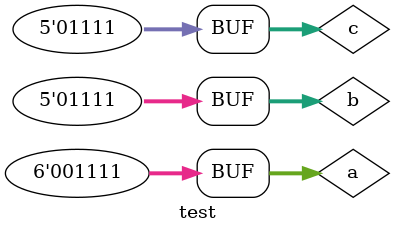
<source format=v>
/*
 * Copyright 2018 ISP RAS (http://www.ispras.ru)
 *
 * Licensed under the Apache License, Version 2.0 (the "License");
 * you may not use this file except in compliance with the License.
 * You may obtain a copy of the License at
 *
 *     http://www.apache.org/licenses/LICENSE-2.0
 *
 * Unless required by applicable law or agreed to in writing, software
 * distributed under the License is distributed on an "AS IS" BASIS,
 * WITHOUT WARRANTIES OR CONDITIONS OF ANY KIND, either express or implied.
 * See the License for the specific language governing permissions and
 * limitations under the License.
 */

// IEEE Std 1364-2005
//   5. Expressions
//     5.6 Assignments and truncation
//       If the width of the right-hand expression is larger than the width of the left-hand side in
//       an assignment, the MSBs of the right-hand expression will always be discarded to match the
//       size of the left-hand side. Implementations are not required to warn or report any errors
//       related to assignment size mismatch or truncation. Truncating the sign bit of a signed
//       expression may change the sign of the result.

// ! TYPE: POSITIVE

module test;

  reg        [0:5] a;
  reg signed [0:4] b, c;

  initial begin
    a = 8'sh8f; // After the assignment, a = 6'h0f
    b = 8'sh8f; // After the assignment, b = 5'h0f
    c = -113;
    // After the assignment, c = 15
    // 1000_1111 = (-'h71 = -113) truncates to ('h0F = 15)
  end
endmodule

</source>
